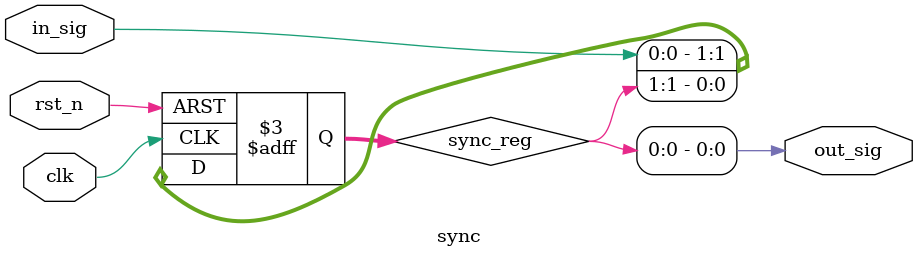
<source format=v>
module sync #(parameter num_stages = 2)(
	input wire clk,
	input wire rst_n,
	input wire in_sig,
	output wire out_sig);
	
reg [num_stages-1:0] sync_reg;

always @ (posedge clk or negedge rst_n) begin
	if(!rst_n) begin
		sync_reg <= 'b0;
		
	end else begin
		sync_reg <= {in_sig,sync_reg[num_stages-1:1]};
	end
end

assign out_sig = sync_reg[0];

endmodule
</source>
